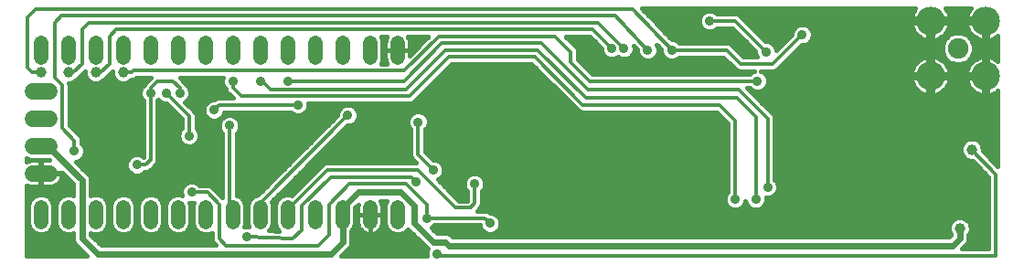
<source format=gbl>
G75*
%MOIN*%
%OFA0B0*%
%FSLAX25Y25*%
%IPPOS*%
%LPD*%
%AMOC8*
5,1,8,0,0,1.08239X$1,22.5*
%
%ADD10C,0.06000*%
%ADD11C,0.05200*%
%ADD12C,0.07500*%
%ADD13C,0.10500*%
%ADD14C,0.01600*%
%ADD15C,0.03569*%
%ADD16C,0.02400*%
%ADD17C,0.03962*%
%ADD18C,0.01200*%
D10*
X0015783Y0041800D02*
X0021783Y0041800D01*
X0021783Y0051800D02*
X0015783Y0051800D01*
X0015783Y0061800D02*
X0021783Y0061800D01*
X0021783Y0071800D02*
X0015783Y0071800D01*
D11*
X0018783Y0084200D02*
X0018783Y0089400D01*
X0028783Y0089400D02*
X0028783Y0084200D01*
X0038783Y0084200D02*
X0038783Y0089400D01*
X0048783Y0089400D02*
X0048783Y0084200D01*
X0058783Y0084200D02*
X0058783Y0089400D01*
X0068783Y0089400D02*
X0068783Y0084200D01*
X0078783Y0084200D02*
X0078783Y0089400D01*
X0088783Y0089400D02*
X0088783Y0084200D01*
X0098783Y0084200D02*
X0098783Y0089400D01*
X0108783Y0089400D02*
X0108783Y0084200D01*
X0118783Y0084200D02*
X0118783Y0089400D01*
X0128783Y0089400D02*
X0128783Y0084200D01*
X0138783Y0084200D02*
X0138783Y0089400D01*
X0148783Y0089400D02*
X0148783Y0084200D01*
X0148783Y0029400D02*
X0148783Y0024200D01*
X0138783Y0024200D02*
X0138783Y0029400D01*
X0128783Y0029400D02*
X0128783Y0024200D01*
X0118783Y0024200D02*
X0118783Y0029400D01*
X0108783Y0029400D02*
X0108783Y0024200D01*
X0098783Y0024200D02*
X0098783Y0029400D01*
X0088783Y0029400D02*
X0088783Y0024200D01*
X0078783Y0024200D02*
X0078783Y0029400D01*
X0068783Y0029400D02*
X0068783Y0024200D01*
X0058783Y0024200D02*
X0058783Y0029400D01*
X0048783Y0029400D02*
X0048783Y0024200D01*
X0038783Y0024200D02*
X0038783Y0029400D01*
X0028783Y0029400D02*
X0028783Y0024200D01*
X0018783Y0024200D02*
X0018783Y0029400D01*
D12*
X0353158Y0087425D03*
D13*
X0343119Y0077386D03*
X0363197Y0077386D03*
X0363197Y0097464D03*
X0343119Y0097464D03*
D14*
X0035708Y0011600D02*
X0013583Y0011600D01*
X0013583Y0037534D01*
X0013941Y0037352D01*
X0014659Y0037118D01*
X0015405Y0037000D01*
X0018583Y0037000D01*
X0018583Y0041600D01*
X0018983Y0041600D01*
X0018983Y0037000D01*
X0022161Y0037000D01*
X0022907Y0037118D01*
X0023626Y0037352D01*
X0024299Y0037695D01*
X0024910Y0038139D01*
X0025445Y0038673D01*
X0025889Y0039284D01*
X0026232Y0039957D01*
X0026465Y0040676D01*
X0026583Y0041422D01*
X0026583Y0041600D01*
X0018983Y0041600D01*
X0018983Y0042000D01*
X0018583Y0042000D01*
X0018583Y0046600D01*
X0015405Y0046600D01*
X0014659Y0046482D01*
X0013941Y0046248D01*
X0013583Y0046066D01*
X0013583Y0047299D01*
X0014789Y0046800D01*
X0021758Y0046800D01*
X0021958Y0046600D01*
X0018983Y0046600D01*
X0018983Y0042000D01*
X0026558Y0042000D01*
X0030583Y0037975D01*
X0030583Y0033633D01*
X0029698Y0034000D01*
X0027868Y0034000D01*
X0026178Y0033300D01*
X0024884Y0032006D01*
X0024183Y0030315D01*
X0024183Y0023285D01*
X0024884Y0021594D01*
X0026178Y0020300D01*
X0027868Y0019600D01*
X0029698Y0019600D01*
X0030583Y0019967D01*
X0030583Y0017413D01*
X0031070Y0016237D01*
X0035708Y0011600D01*
X0034114Y0013194D02*
X0013583Y0013194D01*
X0013583Y0014793D02*
X0032515Y0014793D01*
X0031007Y0016391D02*
X0013583Y0016391D01*
X0013583Y0017990D02*
X0030583Y0017990D01*
X0030583Y0019588D02*
X0013583Y0019588D01*
X0013583Y0021187D02*
X0015291Y0021187D01*
X0014884Y0021594D02*
X0016178Y0020300D01*
X0017868Y0019600D01*
X0019698Y0019600D01*
X0021389Y0020300D01*
X0022683Y0021594D01*
X0023383Y0023285D01*
X0023383Y0030315D01*
X0022683Y0032006D01*
X0021389Y0033300D01*
X0019698Y0034000D01*
X0017868Y0034000D01*
X0016178Y0033300D01*
X0014884Y0032006D01*
X0014183Y0030315D01*
X0014183Y0023285D01*
X0014884Y0021594D01*
X0014390Y0022785D02*
X0013583Y0022785D01*
X0013583Y0024384D02*
X0014183Y0024384D01*
X0014183Y0025982D02*
X0013583Y0025982D01*
X0013583Y0027581D02*
X0014183Y0027581D01*
X0014183Y0029179D02*
X0013583Y0029179D01*
X0013583Y0030778D02*
X0014375Y0030778D01*
X0013583Y0032376D02*
X0015254Y0032376D01*
X0013583Y0033975D02*
X0017807Y0033975D01*
X0019759Y0033975D02*
X0027807Y0033975D01*
X0029759Y0033975D02*
X0030583Y0033975D01*
X0025254Y0032376D02*
X0022312Y0032376D01*
X0023192Y0030778D02*
X0024375Y0030778D01*
X0024183Y0029179D02*
X0023383Y0029179D01*
X0023383Y0027581D02*
X0024183Y0027581D01*
X0024183Y0025982D02*
X0023383Y0025982D01*
X0023383Y0024384D02*
X0024183Y0024384D01*
X0024390Y0022785D02*
X0023176Y0022785D01*
X0022275Y0021187D02*
X0025291Y0021187D01*
X0036983Y0019967D02*
X0037868Y0019600D01*
X0039698Y0019600D01*
X0041389Y0020300D01*
X0042683Y0021594D01*
X0043383Y0023285D01*
X0043383Y0030315D01*
X0042683Y0032006D01*
X0041389Y0033300D01*
X0039698Y0034000D01*
X0037868Y0034000D01*
X0036983Y0033633D01*
X0036983Y0039937D01*
X0036496Y0041113D01*
X0035596Y0042013D01*
X0031393Y0046216D01*
X0031736Y0046216D01*
X0033127Y0046792D01*
X0034191Y0047856D01*
X0034768Y0049247D01*
X0034768Y0050753D01*
X0034191Y0052144D01*
X0033583Y0052752D01*
X0033583Y0054417D01*
X0033187Y0055373D01*
X0029083Y0059477D01*
X0029083Y0074617D01*
X0029051Y0074694D01*
X0029575Y0074694D01*
X0031038Y0075300D01*
X0032158Y0076420D01*
X0032214Y0076553D01*
X0034802Y0079142D01*
X0034802Y0077883D01*
X0035408Y0076420D01*
X0036528Y0075300D01*
X0037991Y0074694D01*
X0039575Y0074694D01*
X0041038Y0075300D01*
X0042158Y0076420D01*
X0042214Y0076553D01*
X0044802Y0079142D01*
X0044802Y0077883D01*
X0045408Y0076420D01*
X0046528Y0075300D01*
X0047991Y0074694D01*
X0049575Y0074694D01*
X0051038Y0075300D01*
X0051813Y0076075D01*
X0052425Y0076075D01*
X0053381Y0076471D01*
X0053610Y0076700D01*
X0058756Y0076700D01*
X0056579Y0074523D01*
X0056438Y0074181D01*
X0055575Y0073319D01*
X0054999Y0071928D01*
X0054999Y0070422D01*
X0055575Y0069031D01*
X0056183Y0068423D01*
X0056183Y0047877D01*
X0055927Y0048133D01*
X0054536Y0048709D01*
X0053031Y0048709D01*
X0051640Y0048133D01*
X0050575Y0047069D01*
X0049999Y0045678D01*
X0049999Y0044172D01*
X0050575Y0042781D01*
X0051640Y0041717D01*
X0053031Y0041141D01*
X0054536Y0041141D01*
X0055927Y0041717D01*
X0056535Y0042325D01*
X0057425Y0042325D01*
X0058381Y0042721D01*
X0059112Y0043452D01*
X0060987Y0045327D01*
X0061383Y0046283D01*
X0061383Y0068423D01*
X0061596Y0068636D01*
X0062265Y0067967D01*
X0063656Y0067391D01*
X0064516Y0067391D01*
X0070233Y0061673D01*
X0070233Y0058302D01*
X0069625Y0057694D01*
X0069049Y0056303D01*
X0069049Y0054797D01*
X0069625Y0053406D01*
X0070690Y0052342D01*
X0072081Y0051766D01*
X0073586Y0051766D01*
X0074977Y0052342D01*
X0076041Y0053406D01*
X0076618Y0054797D01*
X0076618Y0056303D01*
X0076041Y0057694D01*
X0075433Y0058302D01*
X0075433Y0063267D01*
X0075037Y0064223D01*
X0074306Y0064954D01*
X0071369Y0067891D01*
X0071552Y0067967D01*
X0072616Y0069031D01*
X0073193Y0070422D01*
X0073193Y0071928D01*
X0072616Y0073319D01*
X0071754Y0074181D01*
X0071612Y0074523D01*
X0070881Y0075254D01*
X0069435Y0076700D01*
X0085164Y0076700D01*
X0084999Y0076303D01*
X0084999Y0074797D01*
X0085575Y0073406D01*
X0086183Y0072798D01*
X0086183Y0072533D01*
X0086579Y0071577D01*
X0088756Y0069400D01*
X0083266Y0069400D01*
X0082310Y0069004D01*
X0082016Y0068709D01*
X0081156Y0068709D01*
X0079765Y0068133D01*
X0078700Y0067069D01*
X0078124Y0065678D01*
X0078124Y0064172D01*
X0078700Y0062781D01*
X0079765Y0061717D01*
X0081156Y0061141D01*
X0082661Y0061141D01*
X0084052Y0061717D01*
X0085116Y0062781D01*
X0085693Y0064172D01*
X0085693Y0064200D01*
X0109782Y0064200D01*
X0110390Y0063592D01*
X0111781Y0063016D01*
X0113286Y0063016D01*
X0114677Y0063592D01*
X0115741Y0064656D01*
X0116318Y0066047D01*
X0116318Y0067325D01*
X0153675Y0067325D01*
X0154631Y0067721D01*
X0168610Y0081700D01*
X0197706Y0081700D01*
X0214079Y0065327D01*
X0214810Y0064596D01*
X0215766Y0064200D01*
X0265206Y0064200D01*
X0269308Y0060098D01*
X0269308Y0035177D01*
X0268700Y0034569D01*
X0268124Y0033178D01*
X0268124Y0031672D01*
X0268700Y0030281D01*
X0269765Y0029217D01*
X0271156Y0028641D01*
X0272661Y0028641D01*
X0274052Y0029217D01*
X0275116Y0030281D01*
X0275658Y0031590D01*
X0276200Y0030281D01*
X0277265Y0029217D01*
X0278656Y0028641D01*
X0280161Y0028641D01*
X0281552Y0029217D01*
X0282616Y0030281D01*
X0283193Y0031672D01*
X0283193Y0033016D01*
X0284536Y0033016D01*
X0285927Y0033592D01*
X0286991Y0034656D01*
X0287568Y0036047D01*
X0287568Y0037553D01*
X0286991Y0038944D01*
X0286383Y0039552D01*
X0286383Y0062317D01*
X0285987Y0063273D01*
X0276310Y0072950D01*
X0277282Y0072950D01*
X0277890Y0072342D01*
X0279281Y0071766D01*
X0280786Y0071766D01*
X0282177Y0072342D01*
X0283241Y0073406D01*
X0283818Y0074797D01*
X0283818Y0076303D01*
X0283241Y0077694D01*
X0282177Y0078758D01*
X0281110Y0079200D01*
X0285141Y0079200D01*
X0286175Y0079200D01*
X0287131Y0079596D01*
X0296176Y0088641D01*
X0297036Y0088641D01*
X0298427Y0089217D01*
X0299491Y0090281D01*
X0300068Y0091672D01*
X0300068Y0093178D01*
X0299491Y0094569D01*
X0298427Y0095633D01*
X0297036Y0096209D01*
X0295531Y0096209D01*
X0294140Y0095633D01*
X0293075Y0094569D01*
X0292499Y0093178D01*
X0292499Y0092318D01*
X0286943Y0086761D01*
X0286943Y0086928D01*
X0286366Y0088319D01*
X0285302Y0089383D01*
X0283911Y0089959D01*
X0283051Y0089959D01*
X0273381Y0099629D01*
X0272425Y0100025D01*
X0265285Y0100025D01*
X0264677Y0100633D01*
X0263286Y0101209D01*
X0261781Y0101209D01*
X0260390Y0100633D01*
X0259325Y0099569D01*
X0258749Y0098178D01*
X0258749Y0096672D01*
X0259325Y0095281D01*
X0260390Y0094217D01*
X0261781Y0093641D01*
X0263286Y0093641D01*
X0264677Y0094217D01*
X0265285Y0094825D01*
X0270831Y0094825D01*
X0279374Y0086282D01*
X0279374Y0085422D01*
X0279797Y0084400D01*
X0274860Y0084400D01*
X0270256Y0089004D01*
X0269300Y0089400D01*
X0251535Y0089400D01*
X0250927Y0090008D01*
X0249536Y0090584D01*
X0248758Y0090584D01*
X0237855Y0101961D01*
X0337683Y0101961D01*
X0337245Y0101389D01*
X0336783Y0100589D01*
X0336429Y0099735D01*
X0336190Y0098842D01*
X0336114Y0098264D01*
X0342319Y0098264D01*
X0342319Y0096664D01*
X0336114Y0096664D01*
X0336190Y0096086D01*
X0336429Y0095193D01*
X0336783Y0094339D01*
X0337245Y0093539D01*
X0337807Y0092806D01*
X0338461Y0092152D01*
X0339194Y0091590D01*
X0339994Y0091127D01*
X0340848Y0090774D01*
X0341741Y0090535D01*
X0342319Y0090458D01*
X0342319Y0096664D01*
X0343919Y0096664D01*
X0343919Y0090458D01*
X0344498Y0090535D01*
X0345390Y0090774D01*
X0346244Y0091127D01*
X0347044Y0091590D01*
X0347778Y0092152D01*
X0348431Y0092806D01*
X0348994Y0093539D01*
X0349456Y0094339D01*
X0349809Y0095193D01*
X0350049Y0096086D01*
X0350125Y0096664D01*
X0343919Y0096664D01*
X0343919Y0098264D01*
X0350125Y0098264D01*
X0350049Y0098842D01*
X0349809Y0099735D01*
X0349456Y0100589D01*
X0348994Y0101389D01*
X0348555Y0101961D01*
X0357761Y0101961D01*
X0357323Y0101389D01*
X0356861Y0100589D01*
X0356507Y0099735D01*
X0356268Y0098842D01*
X0356192Y0098264D01*
X0362397Y0098264D01*
X0362397Y0096664D01*
X0356192Y0096664D01*
X0356268Y0096086D01*
X0356507Y0095193D01*
X0356861Y0094339D01*
X0357323Y0093539D01*
X0357885Y0092806D01*
X0358539Y0092152D01*
X0359272Y0091590D01*
X0360072Y0091127D01*
X0360926Y0090774D01*
X0361819Y0090535D01*
X0362397Y0090458D01*
X0362397Y0096664D01*
X0363997Y0096664D01*
X0363997Y0090458D01*
X0364576Y0090535D01*
X0365468Y0090774D01*
X0366322Y0091127D01*
X0367122Y0091590D01*
X0367684Y0092021D01*
X0367684Y0082829D01*
X0367122Y0083260D01*
X0366322Y0083723D01*
X0365468Y0084076D01*
X0364576Y0084315D01*
X0363997Y0084392D01*
X0363997Y0078186D01*
X0362397Y0078186D01*
X0362397Y0076586D01*
X0356192Y0076586D01*
X0356268Y0076008D01*
X0356507Y0075115D01*
X0356861Y0074261D01*
X0357323Y0073461D01*
X0357885Y0072728D01*
X0358539Y0072074D01*
X0359272Y0071512D01*
X0360072Y0071050D01*
X0360926Y0070696D01*
X0361819Y0070457D01*
X0362397Y0070380D01*
X0362397Y0076586D01*
X0363997Y0076586D01*
X0363997Y0070380D01*
X0364576Y0070457D01*
X0365468Y0070696D01*
X0366322Y0071050D01*
X0367122Y0071512D01*
X0367684Y0071943D01*
X0367684Y0044440D01*
X0362139Y0050174D01*
X0362139Y0051342D01*
X0361533Y0052805D01*
X0360413Y0053925D01*
X0358950Y0054531D01*
X0357366Y0054531D01*
X0355903Y0053925D01*
X0354783Y0052805D01*
X0354177Y0051342D01*
X0354177Y0049758D01*
X0354783Y0048295D01*
X0355903Y0047175D01*
X0357366Y0046569D01*
X0358391Y0046569D01*
X0364383Y0040373D01*
X0364383Y0014400D01*
X0354659Y0014400D01*
X0355596Y0015337D01*
X0356496Y0016237D01*
X0356983Y0017413D01*
X0356983Y0019370D01*
X0357158Y0019545D01*
X0357764Y0021008D01*
X0357764Y0022592D01*
X0357158Y0024055D01*
X0356038Y0025175D01*
X0354575Y0025781D01*
X0352991Y0025781D01*
X0351528Y0025175D01*
X0350408Y0024055D01*
X0349802Y0022592D01*
X0349802Y0021008D01*
X0350408Y0019545D01*
X0350580Y0019373D01*
X0349958Y0018750D01*
X0168859Y0018750D01*
X0168096Y0019513D01*
X0166920Y0020000D01*
X0163234Y0020000D01*
X0161085Y0022149D01*
X0161552Y0022342D01*
X0162160Y0022950D01*
X0178749Y0022950D01*
X0178749Y0022922D01*
X0179325Y0021531D01*
X0180390Y0020467D01*
X0181781Y0019891D01*
X0183286Y0019891D01*
X0184677Y0020467D01*
X0185741Y0021531D01*
X0186318Y0022922D01*
X0186318Y0024428D01*
X0185741Y0025819D01*
X0184677Y0026883D01*
X0183286Y0027459D01*
X0182426Y0027459D01*
X0182131Y0027754D01*
X0181175Y0028150D01*
X0178016Y0028150D01*
X0178929Y0029519D01*
X0179112Y0029702D01*
X0179213Y0029945D01*
X0179358Y0030163D01*
X0179409Y0030418D01*
X0179508Y0030658D01*
X0179508Y0030920D01*
X0179559Y0031178D01*
X0179508Y0031432D01*
X0179508Y0035298D01*
X0180116Y0035906D01*
X0180693Y0037297D01*
X0180693Y0038803D01*
X0180116Y0040194D01*
X0179052Y0041258D01*
X0177661Y0041834D01*
X0176156Y0041834D01*
X0174765Y0041258D01*
X0173700Y0040194D01*
X0173124Y0038803D01*
X0173124Y0037297D01*
X0173700Y0035906D01*
X0174308Y0035298D01*
X0174308Y0031962D01*
X0174267Y0031900D01*
X0171110Y0031900D01*
X0163427Y0039583D01*
X0164052Y0039842D01*
X0165116Y0040906D01*
X0165693Y0042297D01*
X0165693Y0043803D01*
X0165116Y0045194D01*
X0164052Y0046258D01*
X0162661Y0046834D01*
X0161801Y0046834D01*
X0158883Y0049752D01*
X0158883Y0057798D01*
X0159491Y0058406D01*
X0160068Y0059797D01*
X0160068Y0061303D01*
X0159491Y0062694D01*
X0158427Y0063758D01*
X0157036Y0064334D01*
X0155531Y0064334D01*
X0154140Y0063758D01*
X0153075Y0062694D01*
X0152499Y0061303D01*
X0152499Y0059797D01*
X0153075Y0058406D01*
X0153683Y0057798D01*
X0153683Y0048158D01*
X0154079Y0047202D01*
X0155631Y0045650D01*
X0122641Y0045650D01*
X0121685Y0045254D01*
X0120954Y0044523D01*
X0110217Y0033785D01*
X0109698Y0034000D01*
X0107868Y0034000D01*
X0106178Y0033300D01*
X0104884Y0032006D01*
X0104183Y0030315D01*
X0104183Y0023285D01*
X0104884Y0021594D01*
X0105648Y0020830D01*
X0102046Y0020958D01*
X0102683Y0021594D01*
X0103383Y0023285D01*
X0103383Y0030315D01*
X0102861Y0031576D01*
X0130551Y0059266D01*
X0131411Y0059266D01*
X0132802Y0059842D01*
X0133866Y0060906D01*
X0134443Y0062297D01*
X0134443Y0063803D01*
X0133866Y0065194D01*
X0132802Y0066258D01*
X0131411Y0066834D01*
X0129906Y0066834D01*
X0128515Y0066258D01*
X0127450Y0065194D01*
X0126874Y0063803D01*
X0126874Y0062943D01*
X0097931Y0034000D01*
X0097868Y0034000D01*
X0096178Y0033300D01*
X0094884Y0032006D01*
X0094183Y0030315D01*
X0094183Y0023285D01*
X0094536Y0022434D01*
X0093031Y0022434D01*
X0093383Y0023285D01*
X0093383Y0030315D01*
X0092683Y0032006D01*
X0091389Y0033300D01*
X0090133Y0033820D01*
X0090133Y0056548D01*
X0090741Y0057156D01*
X0091318Y0058547D01*
X0091318Y0060053D01*
X0090741Y0061444D01*
X0089677Y0062508D01*
X0088286Y0063084D01*
X0086781Y0063084D01*
X0085390Y0062508D01*
X0084325Y0061444D01*
X0083749Y0060053D01*
X0083749Y0058547D01*
X0084325Y0057156D01*
X0084933Y0056548D01*
X0084933Y0033077D01*
X0080881Y0037129D01*
X0079925Y0037525D01*
X0076535Y0037525D01*
X0075927Y0038133D01*
X0074536Y0038709D01*
X0073031Y0038709D01*
X0071640Y0038133D01*
X0070575Y0037069D01*
X0069999Y0035678D01*
X0069999Y0034172D01*
X0070147Y0033814D01*
X0069698Y0034000D01*
X0067868Y0034000D01*
X0066178Y0033300D01*
X0064884Y0032006D01*
X0064183Y0030315D01*
X0064183Y0023285D01*
X0064884Y0021594D01*
X0066178Y0020300D01*
X0067868Y0019600D01*
X0069698Y0019600D01*
X0071389Y0020300D01*
X0072683Y0021594D01*
X0073383Y0023285D01*
X0073383Y0030315D01*
X0073041Y0031141D01*
X0074525Y0031141D01*
X0074183Y0030315D01*
X0074183Y0023285D01*
X0074884Y0021594D01*
X0076178Y0020300D01*
X0077868Y0019600D01*
X0079698Y0019600D01*
X0081183Y0020215D01*
X0081183Y0017533D01*
X0081579Y0016577D01*
X0082531Y0015625D01*
X0040734Y0015625D01*
X0036983Y0019375D01*
X0036983Y0019967D01*
X0036983Y0019588D02*
X0081183Y0019588D01*
X0081183Y0017990D02*
X0038369Y0017990D01*
X0039968Y0016391D02*
X0081765Y0016391D01*
X0075291Y0021187D02*
X0072275Y0021187D01*
X0073176Y0022785D02*
X0074390Y0022785D01*
X0074183Y0024384D02*
X0073383Y0024384D01*
X0073383Y0025982D02*
X0074183Y0025982D01*
X0074183Y0027581D02*
X0073383Y0027581D01*
X0073383Y0029179D02*
X0074183Y0029179D01*
X0074375Y0030778D02*
X0073192Y0030778D01*
X0070081Y0033975D02*
X0069759Y0033975D01*
X0067807Y0033975D02*
X0059759Y0033975D01*
X0059698Y0034000D02*
X0057868Y0034000D01*
X0056178Y0033300D01*
X0054884Y0032006D01*
X0054183Y0030315D01*
X0054183Y0023285D01*
X0054884Y0021594D01*
X0056178Y0020300D01*
X0057868Y0019600D01*
X0059698Y0019600D01*
X0061389Y0020300D01*
X0062683Y0021594D01*
X0063383Y0023285D01*
X0063383Y0030315D01*
X0062683Y0032006D01*
X0061389Y0033300D01*
X0059698Y0034000D01*
X0057807Y0033975D02*
X0049759Y0033975D01*
X0049698Y0034000D02*
X0047868Y0034000D01*
X0046178Y0033300D01*
X0044884Y0032006D01*
X0044183Y0030315D01*
X0044183Y0023285D01*
X0044884Y0021594D01*
X0046178Y0020300D01*
X0047868Y0019600D01*
X0049698Y0019600D01*
X0051389Y0020300D01*
X0052683Y0021594D01*
X0053383Y0023285D01*
X0053383Y0030315D01*
X0052683Y0032006D01*
X0051389Y0033300D01*
X0049698Y0034000D01*
X0047807Y0033975D02*
X0039759Y0033975D01*
X0037807Y0033975D02*
X0036983Y0033975D01*
X0042312Y0032376D02*
X0045254Y0032376D01*
X0044375Y0030778D02*
X0043192Y0030778D01*
X0043383Y0029179D02*
X0044183Y0029179D01*
X0044183Y0027581D02*
X0043383Y0027581D01*
X0043383Y0025982D02*
X0044183Y0025982D01*
X0044183Y0024384D02*
X0043383Y0024384D01*
X0043176Y0022785D02*
X0044390Y0022785D01*
X0045291Y0021187D02*
X0042275Y0021187D01*
X0052275Y0021187D02*
X0055291Y0021187D01*
X0054390Y0022785D02*
X0053176Y0022785D01*
X0053383Y0024384D02*
X0054183Y0024384D01*
X0054183Y0025982D02*
X0053383Y0025982D01*
X0053383Y0027581D02*
X0054183Y0027581D01*
X0054183Y0029179D02*
X0053383Y0029179D01*
X0053192Y0030778D02*
X0054375Y0030778D01*
X0055254Y0032376D02*
X0052312Y0032376D01*
X0062312Y0032376D02*
X0065254Y0032376D01*
X0064375Y0030778D02*
X0063192Y0030778D01*
X0063383Y0029179D02*
X0064183Y0029179D01*
X0064183Y0027581D02*
X0063383Y0027581D01*
X0063383Y0025982D02*
X0064183Y0025982D01*
X0064183Y0024384D02*
X0063383Y0024384D01*
X0063176Y0022785D02*
X0064390Y0022785D01*
X0065291Y0021187D02*
X0062275Y0021187D01*
X0093176Y0022785D02*
X0094390Y0022785D01*
X0094183Y0024384D02*
X0093383Y0024384D01*
X0093383Y0025982D02*
X0094183Y0025982D01*
X0094183Y0027581D02*
X0093383Y0027581D01*
X0093383Y0029179D02*
X0094183Y0029179D01*
X0094375Y0030778D02*
X0093192Y0030778D01*
X0092312Y0032376D02*
X0095254Y0032376D01*
X0097807Y0033975D02*
X0090133Y0033975D01*
X0084933Y0033975D02*
X0084036Y0033975D01*
X0084933Y0035573D02*
X0082437Y0035573D01*
X0080778Y0037172D02*
X0084933Y0037172D01*
X0090133Y0037172D02*
X0101103Y0037172D01*
X0099505Y0035573D02*
X0090133Y0035573D01*
X0090133Y0038770D02*
X0102702Y0038770D01*
X0104300Y0040369D02*
X0090133Y0040369D01*
X0090133Y0041967D02*
X0105899Y0041967D01*
X0111654Y0040369D02*
X0116800Y0040369D01*
X0118399Y0041967D02*
X0113252Y0041967D01*
X0114851Y0043566D02*
X0119997Y0043566D01*
X0121596Y0045164D02*
X0116449Y0045164D01*
X0118048Y0046763D02*
X0154519Y0046763D01*
X0153683Y0048361D02*
X0119647Y0048361D01*
X0121245Y0049960D02*
X0153683Y0049960D01*
X0158883Y0049960D02*
X0269308Y0049960D01*
X0269308Y0048361D02*
X0160274Y0048361D01*
X0162834Y0046763D02*
X0269308Y0046763D01*
X0269308Y0045164D02*
X0165129Y0045164D01*
X0165693Y0043566D02*
X0269308Y0043566D01*
X0269308Y0041967D02*
X0165556Y0041967D01*
X0164579Y0040369D02*
X0173875Y0040369D01*
X0173124Y0038770D02*
X0164240Y0038770D01*
X0165838Y0037172D02*
X0173176Y0037172D01*
X0174033Y0035573D02*
X0167437Y0035573D01*
X0169036Y0033975D02*
X0174308Y0033975D01*
X0174308Y0032376D02*
X0170634Y0032376D01*
X0179508Y0032376D02*
X0268124Y0032376D01*
X0268454Y0033975D02*
X0179508Y0033975D01*
X0179783Y0035573D02*
X0269308Y0035573D01*
X0269308Y0037172D02*
X0180641Y0037172D01*
X0180693Y0038770D02*
X0269308Y0038770D01*
X0269308Y0040369D02*
X0179941Y0040369D01*
X0179508Y0030778D02*
X0268495Y0030778D01*
X0275322Y0030778D02*
X0275995Y0030778D01*
X0277356Y0029179D02*
X0273961Y0029179D01*
X0269856Y0029179D02*
X0178703Y0029179D01*
X0182305Y0027581D02*
X0364383Y0027581D01*
X0364383Y0029179D02*
X0281461Y0029179D01*
X0282822Y0030778D02*
X0364383Y0030778D01*
X0364383Y0032376D02*
X0283193Y0032376D01*
X0286310Y0033975D02*
X0364383Y0033975D01*
X0364383Y0035573D02*
X0287371Y0035573D01*
X0287568Y0037172D02*
X0364383Y0037172D01*
X0364383Y0038770D02*
X0287063Y0038770D01*
X0286383Y0040369D02*
X0364383Y0040369D01*
X0362842Y0041967D02*
X0286383Y0041967D01*
X0286383Y0043566D02*
X0361296Y0043566D01*
X0359750Y0045164D02*
X0286383Y0045164D01*
X0286383Y0046763D02*
X0356898Y0046763D01*
X0354756Y0048361D02*
X0286383Y0048361D01*
X0286383Y0049960D02*
X0354177Y0049960D01*
X0354267Y0051558D02*
X0286383Y0051558D01*
X0286383Y0053157D02*
X0355135Y0053157D01*
X0361182Y0053157D02*
X0367684Y0053157D01*
X0367684Y0051558D02*
X0362050Y0051558D01*
X0362346Y0049960D02*
X0367684Y0049960D01*
X0367684Y0048361D02*
X0363892Y0048361D01*
X0365438Y0046763D02*
X0367684Y0046763D01*
X0367684Y0045164D02*
X0366984Y0045164D01*
X0367684Y0054755D02*
X0286383Y0054755D01*
X0286383Y0056354D02*
X0367684Y0056354D01*
X0367684Y0057952D02*
X0286383Y0057952D01*
X0286383Y0059551D02*
X0367684Y0059551D01*
X0367684Y0061149D02*
X0286383Y0061149D01*
X0286205Y0062748D02*
X0367684Y0062748D01*
X0367684Y0064346D02*
X0284914Y0064346D01*
X0283315Y0065945D02*
X0367684Y0065945D01*
X0367684Y0067543D02*
X0281717Y0067543D01*
X0280118Y0069142D02*
X0367684Y0069142D01*
X0367684Y0070740D02*
X0365576Y0070740D01*
X0363997Y0070740D02*
X0362397Y0070740D01*
X0360819Y0070740D02*
X0345498Y0070740D01*
X0345390Y0070696D02*
X0346244Y0071050D01*
X0347044Y0071512D01*
X0347778Y0072074D01*
X0348431Y0072728D01*
X0348994Y0073461D01*
X0349456Y0074261D01*
X0349809Y0075115D01*
X0350049Y0076008D01*
X0350125Y0076586D01*
X0343919Y0076586D01*
X0343919Y0070380D01*
X0344498Y0070457D01*
X0345390Y0070696D01*
X0343919Y0070740D02*
X0342319Y0070740D01*
X0342319Y0070380D02*
X0341741Y0070457D01*
X0340848Y0070696D01*
X0339994Y0071050D01*
X0339194Y0071512D01*
X0338461Y0072074D01*
X0337807Y0072728D01*
X0337245Y0073461D01*
X0336783Y0074261D01*
X0336429Y0075115D01*
X0336190Y0076008D01*
X0336114Y0076586D01*
X0342319Y0076586D01*
X0342319Y0078186D01*
X0336114Y0078186D01*
X0336190Y0078764D01*
X0336429Y0079657D01*
X0336783Y0080511D01*
X0337245Y0081311D01*
X0337807Y0082044D01*
X0338461Y0082698D01*
X0339194Y0083260D01*
X0339994Y0083723D01*
X0340848Y0084076D01*
X0341741Y0084315D01*
X0342319Y0084392D01*
X0342319Y0078186D01*
X0343919Y0078186D01*
X0343919Y0084392D01*
X0344498Y0084315D01*
X0345390Y0084076D01*
X0346244Y0083723D01*
X0347044Y0083260D01*
X0347778Y0082698D01*
X0348431Y0082044D01*
X0348994Y0081311D01*
X0349456Y0080511D01*
X0349809Y0079657D01*
X0350049Y0078764D01*
X0350125Y0078186D01*
X0343919Y0078186D01*
X0343919Y0076586D01*
X0342319Y0076586D01*
X0342319Y0070380D01*
X0340741Y0070740D02*
X0278520Y0070740D01*
X0277897Y0072339D02*
X0276921Y0072339D01*
X0282170Y0072339D02*
X0338196Y0072339D01*
X0342319Y0072339D02*
X0343919Y0072339D01*
X0348042Y0072339D02*
X0358274Y0072339D01*
X0362397Y0072339D02*
X0363997Y0072339D01*
X0363997Y0073937D02*
X0362397Y0073937D01*
X0362397Y0075536D02*
X0363997Y0075536D01*
X0362397Y0077134D02*
X0343919Y0077134D01*
X0343919Y0075536D02*
X0342319Y0075536D01*
X0342319Y0077134D02*
X0283473Y0077134D01*
X0283818Y0075536D02*
X0336316Y0075536D01*
X0336970Y0073937D02*
X0283461Y0073937D01*
X0277890Y0078758D02*
X0277282Y0078150D01*
X0219860Y0078150D01*
X0214508Y0083502D01*
X0214508Y0086692D01*
X0214112Y0087648D01*
X0210060Y0091700D01*
X0218956Y0091700D01*
X0223124Y0087532D01*
X0223124Y0086672D01*
X0223700Y0085281D01*
X0224765Y0084217D01*
X0226156Y0083641D01*
X0227661Y0083641D01*
X0229052Y0084217D01*
X0229096Y0084261D01*
X0229140Y0084217D01*
X0230531Y0083641D01*
X0232036Y0083641D01*
X0233427Y0084217D01*
X0234491Y0085281D01*
X0235068Y0086672D01*
X0235068Y0088178D01*
X0235013Y0088310D01*
X0236249Y0087008D01*
X0236249Y0086047D01*
X0236825Y0084656D01*
X0237890Y0083592D01*
X0239281Y0083016D01*
X0240786Y0083016D01*
X0242177Y0083592D01*
X0243241Y0084656D01*
X0243818Y0086047D01*
X0243818Y0087553D01*
X0243328Y0088735D01*
X0244999Y0086991D01*
X0244999Y0086047D01*
X0245575Y0084656D01*
X0246640Y0083592D01*
X0248031Y0083016D01*
X0249536Y0083016D01*
X0250927Y0083592D01*
X0251535Y0084200D01*
X0267706Y0084200D01*
X0271579Y0080327D01*
X0272310Y0079596D01*
X0273266Y0079200D01*
X0278956Y0079200D01*
X0277890Y0078758D01*
X0277865Y0078733D02*
X0219277Y0078733D01*
X0217679Y0080332D02*
X0271575Y0080332D01*
X0269976Y0081930D02*
X0216080Y0081930D01*
X0214508Y0083529D02*
X0238043Y0083529D01*
X0236630Y0085127D02*
X0234337Y0085127D01*
X0235068Y0086726D02*
X0236249Y0086726D01*
X0243498Y0088324D02*
X0243722Y0088324D01*
X0243818Y0086726D02*
X0244999Y0086726D01*
X0245380Y0085127D02*
X0243436Y0085127D01*
X0242024Y0083529D02*
X0246793Y0083529D01*
X0250774Y0083529D02*
X0268378Y0083529D01*
X0274133Y0085127D02*
X0279496Y0085127D01*
X0278931Y0086726D02*
X0272535Y0086726D01*
X0270936Y0088324D02*
X0277332Y0088324D01*
X0275734Y0089923D02*
X0251012Y0089923D01*
X0247860Y0091521D02*
X0274135Y0091521D01*
X0272537Y0093120D02*
X0246328Y0093120D01*
X0244796Y0094718D02*
X0259888Y0094718D01*
X0258896Y0096317D02*
X0243264Y0096317D01*
X0241732Y0097915D02*
X0258749Y0097915D01*
X0259302Y0099514D02*
X0240201Y0099514D01*
X0238669Y0101112D02*
X0261546Y0101112D01*
X0263520Y0101112D02*
X0337085Y0101112D01*
X0336370Y0099514D02*
X0273497Y0099514D01*
X0275095Y0097915D02*
X0342319Y0097915D01*
X0343919Y0097915D02*
X0362397Y0097915D01*
X0356448Y0099514D02*
X0349869Y0099514D01*
X0349154Y0101112D02*
X0357163Y0101112D01*
X0356237Y0096317D02*
X0350079Y0096317D01*
X0349613Y0094718D02*
X0356704Y0094718D01*
X0356415Y0092300D02*
X0354302Y0093175D01*
X0352015Y0093175D01*
X0349901Y0092300D01*
X0348284Y0090682D01*
X0347408Y0088569D01*
X0347408Y0086281D01*
X0348284Y0084168D01*
X0349901Y0082550D01*
X0352015Y0081675D01*
X0354302Y0081675D01*
X0356415Y0082550D01*
X0358033Y0084168D01*
X0358908Y0086281D01*
X0358908Y0088569D01*
X0358033Y0090682D01*
X0356415Y0092300D01*
X0357194Y0091521D02*
X0359391Y0091521D01*
X0358347Y0089923D02*
X0367684Y0089923D01*
X0367684Y0091521D02*
X0367004Y0091521D01*
X0363997Y0091521D02*
X0362397Y0091521D01*
X0362397Y0093120D02*
X0363997Y0093120D01*
X0357644Y0093120D02*
X0354436Y0093120D01*
X0351881Y0093120D02*
X0348672Y0093120D01*
X0349123Y0091521D02*
X0346926Y0091521D01*
X0347969Y0089923D02*
X0299133Y0089923D01*
X0300005Y0091521D02*
X0339313Y0091521D01*
X0337566Y0093120D02*
X0300068Y0093120D01*
X0292499Y0093120D02*
X0279891Y0093120D01*
X0281489Y0091521D02*
X0291702Y0091521D01*
X0290104Y0089923D02*
X0283999Y0089923D01*
X0286361Y0088324D02*
X0288505Y0088324D01*
X0294261Y0086726D02*
X0347408Y0086726D01*
X0347408Y0088324D02*
X0295859Y0088324D01*
X0292662Y0085127D02*
X0347886Y0085127D01*
X0348923Y0083529D02*
X0346580Y0083529D01*
X0348519Y0081930D02*
X0351399Y0081930D01*
X0354918Y0081930D02*
X0357798Y0081930D01*
X0357885Y0082044D02*
X0357323Y0081311D01*
X0356861Y0080511D01*
X0356507Y0079657D01*
X0356268Y0078764D01*
X0356192Y0078186D01*
X0362397Y0078186D01*
X0362397Y0084392D01*
X0361819Y0084315D01*
X0360926Y0084076D01*
X0360072Y0083723D01*
X0359272Y0083260D01*
X0358539Y0082698D01*
X0357885Y0082044D01*
X0357394Y0083529D02*
X0359736Y0083529D01*
X0358430Y0085127D02*
X0367684Y0085127D01*
X0367684Y0083529D02*
X0366658Y0083529D01*
X0363997Y0083529D02*
X0362397Y0083529D01*
X0362397Y0081930D02*
X0363997Y0081930D01*
X0363997Y0080332D02*
X0362397Y0080332D01*
X0362397Y0078733D02*
X0363997Y0078733D01*
X0356786Y0080332D02*
X0349530Y0080332D01*
X0350053Y0078733D02*
X0356264Y0078733D01*
X0356394Y0075536D02*
X0349922Y0075536D01*
X0349269Y0073937D02*
X0357048Y0073937D01*
X0343919Y0073937D02*
X0342319Y0073937D01*
X0342319Y0078733D02*
X0343919Y0078733D01*
X0343919Y0080332D02*
X0342319Y0080332D01*
X0336709Y0080332D02*
X0287867Y0080332D01*
X0282202Y0078733D02*
X0336186Y0078733D01*
X0337720Y0081930D02*
X0289465Y0081930D01*
X0291064Y0083529D02*
X0339658Y0083529D01*
X0342319Y0083529D02*
X0343919Y0083529D01*
X0343919Y0081930D02*
X0342319Y0081930D01*
X0358908Y0086726D02*
X0367684Y0086726D01*
X0367684Y0088324D02*
X0358908Y0088324D01*
X0343919Y0091521D02*
X0342319Y0091521D01*
X0342319Y0093120D02*
X0343919Y0093120D01*
X0343919Y0094718D02*
X0342319Y0094718D01*
X0342319Y0096317D02*
X0343919Y0096317D01*
X0336626Y0094718D02*
X0299342Y0094718D01*
X0293225Y0094718D02*
X0278292Y0094718D01*
X0276694Y0096317D02*
X0336160Y0096317D01*
X0362397Y0096317D02*
X0363997Y0096317D01*
X0363997Y0094718D02*
X0362397Y0094718D01*
X0270938Y0094718D02*
X0265178Y0094718D01*
X0223854Y0085127D02*
X0214508Y0085127D01*
X0214494Y0086726D02*
X0223124Y0086726D01*
X0222332Y0088324D02*
X0213436Y0088324D01*
X0211838Y0089923D02*
X0220734Y0089923D01*
X0219135Y0091521D02*
X0210239Y0091521D01*
X0199075Y0080332D02*
X0167242Y0080332D01*
X0165643Y0078733D02*
X0200673Y0078733D01*
X0202272Y0077134D02*
X0164045Y0077134D01*
X0162446Y0075536D02*
X0203870Y0075536D01*
X0205469Y0073937D02*
X0160848Y0073937D01*
X0159249Y0072339D02*
X0207067Y0072339D01*
X0208666Y0070740D02*
X0157651Y0070740D01*
X0156052Y0069142D02*
X0210264Y0069142D01*
X0211863Y0067543D02*
X0154203Y0067543D01*
X0153129Y0062748D02*
X0134443Y0062748D01*
X0134217Y0064346D02*
X0215413Y0064346D01*
X0213461Y0065945D02*
X0133115Y0065945D01*
X0128201Y0065945D02*
X0116275Y0065945D01*
X0115431Y0064346D02*
X0127099Y0064346D01*
X0126679Y0062748D02*
X0089098Y0062748D01*
X0085969Y0062748D02*
X0085083Y0062748D01*
X0084203Y0061149D02*
X0082682Y0061149D01*
X0081135Y0061149D02*
X0075433Y0061149D01*
X0075433Y0059551D02*
X0083749Y0059551D01*
X0083995Y0057952D02*
X0075783Y0057952D01*
X0070233Y0059551D02*
X0061383Y0059551D01*
X0061383Y0061149D02*
X0070233Y0061149D01*
X0069158Y0062748D02*
X0061383Y0062748D01*
X0061383Y0064346D02*
X0067560Y0064346D01*
X0065961Y0065945D02*
X0061383Y0065945D01*
X0061383Y0067543D02*
X0063287Y0067543D01*
X0056183Y0067543D02*
X0029083Y0067543D01*
X0029083Y0065945D02*
X0056183Y0065945D01*
X0056183Y0064346D02*
X0029083Y0064346D01*
X0029083Y0062748D02*
X0056183Y0062748D01*
X0056183Y0061149D02*
X0029083Y0061149D01*
X0029083Y0059551D02*
X0056183Y0059551D01*
X0056183Y0057952D02*
X0030608Y0057952D01*
X0032206Y0056354D02*
X0056183Y0056354D01*
X0056183Y0054755D02*
X0033443Y0054755D01*
X0033583Y0053157D02*
X0056183Y0053157D01*
X0056183Y0051558D02*
X0034434Y0051558D01*
X0034768Y0049960D02*
X0056183Y0049960D01*
X0056183Y0048361D02*
X0055376Y0048361D01*
X0056183Y0047877D02*
X0056183Y0047877D01*
X0052191Y0048361D02*
X0034401Y0048361D01*
X0033057Y0046763D02*
X0050448Y0046763D01*
X0049999Y0045164D02*
X0032444Y0045164D01*
X0034043Y0043566D02*
X0050250Y0043566D01*
X0051389Y0041967D02*
X0035641Y0041967D01*
X0036804Y0040369D02*
X0084933Y0040369D01*
X0084933Y0041967D02*
X0056177Y0041967D01*
X0059226Y0043566D02*
X0084933Y0043566D01*
X0084933Y0045164D02*
X0060824Y0045164D01*
X0061383Y0046763D02*
X0084933Y0046763D01*
X0084933Y0048361D02*
X0061383Y0048361D01*
X0061383Y0049960D02*
X0084933Y0049960D01*
X0090133Y0049960D02*
X0113891Y0049960D01*
X0112293Y0048361D02*
X0090133Y0048361D01*
X0090133Y0046763D02*
X0110694Y0046763D01*
X0109096Y0045164D02*
X0090133Y0045164D01*
X0090133Y0043566D02*
X0107497Y0043566D01*
X0110055Y0038770D02*
X0115202Y0038770D01*
X0113603Y0037172D02*
X0108457Y0037172D01*
X0106858Y0035573D02*
X0112005Y0035573D01*
X0110406Y0033975D02*
X0109759Y0033975D01*
X0107807Y0033975D02*
X0105260Y0033975D01*
X0105254Y0032376D02*
X0103661Y0032376D01*
X0103192Y0030778D02*
X0104375Y0030778D01*
X0104183Y0029179D02*
X0103383Y0029179D01*
X0103383Y0027581D02*
X0104183Y0027581D01*
X0104183Y0025982D02*
X0103383Y0025982D01*
X0103383Y0024384D02*
X0104183Y0024384D01*
X0104390Y0022785D02*
X0103176Y0022785D01*
X0102275Y0021187D02*
X0105291Y0021187D01*
X0128109Y0011600D02*
X0130596Y0014087D01*
X0131496Y0014987D01*
X0131983Y0016163D01*
X0131983Y0020895D01*
X0132683Y0021594D01*
X0133383Y0023285D01*
X0133383Y0029375D01*
X0134517Y0030508D01*
X0134492Y0030430D01*
X0134383Y0029746D01*
X0134383Y0026800D01*
X0134383Y0023854D01*
X0134492Y0023170D01*
X0134706Y0022511D01*
X0135020Y0021894D01*
X0135427Y0021334D01*
X0135917Y0020844D01*
X0136477Y0020437D01*
X0137094Y0020122D01*
X0137753Y0019908D01*
X0138437Y0019800D01*
X0138783Y0019800D01*
X0138783Y0026800D01*
X0138783Y0026800D01*
X0134383Y0026800D01*
X0138783Y0026800D01*
X0138783Y0026800D01*
X0138783Y0019800D01*
X0139130Y0019800D01*
X0139814Y0019908D01*
X0140472Y0020122D01*
X0141089Y0020437D01*
X0141650Y0020844D01*
X0142139Y0021334D01*
X0142546Y0021894D01*
X0142861Y0022511D01*
X0143075Y0023170D01*
X0143183Y0023854D01*
X0143183Y0026800D01*
X0143183Y0029746D01*
X0143075Y0030430D01*
X0142861Y0031089D01*
X0142546Y0031706D01*
X0142533Y0031725D01*
X0144767Y0031725D01*
X0144183Y0030315D01*
X0144183Y0023285D01*
X0144884Y0021594D01*
X0146178Y0020300D01*
X0147868Y0019600D01*
X0149698Y0019600D01*
X0151389Y0020300D01*
X0152636Y0021547D01*
X0159195Y0014987D01*
X0159918Y0014265D01*
X0159499Y0013253D01*
X0159499Y0011747D01*
X0159560Y0011600D01*
X0128109Y0011600D01*
X0129703Y0013194D02*
X0159499Y0013194D01*
X0159390Y0014793D02*
X0131301Y0014793D01*
X0131983Y0016391D02*
X0157792Y0016391D01*
X0159195Y0014987D02*
X0159195Y0014987D01*
X0156193Y0017990D02*
X0131983Y0017990D01*
X0131983Y0019588D02*
X0154595Y0019588D01*
X0152996Y0021187D02*
X0152275Y0021187D01*
X0145291Y0021187D02*
X0141992Y0021187D01*
X0138783Y0021187D02*
X0138783Y0021187D01*
X0135574Y0021187D02*
X0132275Y0021187D01*
X0133176Y0022785D02*
X0134617Y0022785D01*
X0134383Y0024384D02*
X0133383Y0024384D01*
X0133383Y0025982D02*
X0134383Y0025982D01*
X0138783Y0025982D02*
X0138783Y0025982D01*
X0138783Y0026800D02*
X0138783Y0026800D01*
X0143183Y0026800D01*
X0138783Y0026800D01*
X0134383Y0027581D02*
X0133383Y0027581D01*
X0133383Y0029179D02*
X0134383Y0029179D01*
X0142962Y0030778D02*
X0144375Y0030778D01*
X0144183Y0029179D02*
X0143183Y0029179D01*
X0143183Y0027581D02*
X0144183Y0027581D01*
X0144183Y0025982D02*
X0143183Y0025982D01*
X0143183Y0024384D02*
X0144183Y0024384D01*
X0144390Y0022785D02*
X0142950Y0022785D01*
X0138783Y0022785D02*
X0138783Y0022785D01*
X0138783Y0024384D02*
X0138783Y0024384D01*
X0161995Y0022785D02*
X0178806Y0022785D01*
X0179670Y0021187D02*
X0162047Y0021187D01*
X0167914Y0019588D02*
X0350390Y0019588D01*
X0349802Y0021187D02*
X0185397Y0021187D01*
X0186261Y0022785D02*
X0349882Y0022785D01*
X0350737Y0024384D02*
X0186318Y0024384D01*
X0185578Y0025982D02*
X0364383Y0025982D01*
X0364383Y0024384D02*
X0356830Y0024384D01*
X0357684Y0022785D02*
X0364383Y0022785D01*
X0364383Y0021187D02*
X0357764Y0021187D01*
X0357176Y0019588D02*
X0364383Y0019588D01*
X0364383Y0017990D02*
X0356983Y0017990D01*
X0356560Y0016391D02*
X0364383Y0016391D01*
X0364383Y0014793D02*
X0355051Y0014793D01*
X0269308Y0051558D02*
X0158883Y0051558D01*
X0158883Y0053157D02*
X0269308Y0053157D01*
X0269308Y0054755D02*
X0158883Y0054755D01*
X0158883Y0056354D02*
X0269308Y0056354D01*
X0269308Y0057952D02*
X0159037Y0057952D01*
X0159965Y0059551D02*
X0269308Y0059551D01*
X0268257Y0061149D02*
X0160068Y0061149D01*
X0152499Y0061149D02*
X0133967Y0061149D01*
X0132099Y0059551D02*
X0152601Y0059551D01*
X0153529Y0057952D02*
X0129238Y0057952D01*
X0127639Y0056354D02*
X0153683Y0056354D01*
X0153683Y0054755D02*
X0126041Y0054755D01*
X0120285Y0056354D02*
X0090133Y0056354D01*
X0090133Y0054755D02*
X0118687Y0054755D01*
X0117088Y0053157D02*
X0090133Y0053157D01*
X0090133Y0051558D02*
X0115490Y0051558D01*
X0122844Y0051558D02*
X0153683Y0051558D01*
X0153683Y0053157D02*
X0124442Y0053157D01*
X0121884Y0057952D02*
X0091071Y0057952D01*
X0091318Y0059551D02*
X0123482Y0059551D01*
X0125081Y0061149D02*
X0090863Y0061149D01*
X0078734Y0062748D02*
X0075433Y0062748D01*
X0074914Y0064346D02*
X0078124Y0064346D01*
X0078235Y0065945D02*
X0073315Y0065945D01*
X0071717Y0067543D02*
X0079175Y0067543D01*
X0082643Y0069142D02*
X0072662Y0069142D01*
X0073193Y0070740D02*
X0087416Y0070740D01*
X0086264Y0072339D02*
X0073022Y0072339D01*
X0071998Y0073937D02*
X0085355Y0073937D01*
X0084999Y0075536D02*
X0070599Y0075536D01*
X0057592Y0075536D02*
X0051274Y0075536D01*
X0046292Y0075536D02*
X0041274Y0075536D01*
X0042795Y0077134D02*
X0045112Y0077134D01*
X0044802Y0078733D02*
X0044393Y0078733D01*
X0036292Y0075536D02*
X0031274Y0075536D01*
X0032795Y0077134D02*
X0035112Y0077134D01*
X0034802Y0078733D02*
X0034393Y0078733D01*
X0029083Y0073937D02*
X0056194Y0073937D01*
X0055169Y0072339D02*
X0029083Y0072339D01*
X0029083Y0070740D02*
X0054999Y0070740D01*
X0055529Y0069142D02*
X0029083Y0069142D01*
X0061383Y0057952D02*
X0069884Y0057952D01*
X0069070Y0056354D02*
X0061383Y0056354D01*
X0061383Y0054755D02*
X0069066Y0054755D01*
X0069875Y0053157D02*
X0061383Y0053157D01*
X0061383Y0051558D02*
X0084933Y0051558D01*
X0084933Y0053157D02*
X0075792Y0053157D01*
X0076600Y0054755D02*
X0084933Y0054755D01*
X0084933Y0056354D02*
X0076596Y0056354D01*
X0026591Y0041967D02*
X0018983Y0041967D01*
X0018983Y0040369D02*
X0018583Y0040369D01*
X0018583Y0038770D02*
X0018983Y0038770D01*
X0018983Y0037172D02*
X0018583Y0037172D01*
X0014495Y0037172D02*
X0013583Y0037172D01*
X0013583Y0035573D02*
X0030583Y0035573D01*
X0030583Y0037172D02*
X0023072Y0037172D01*
X0025515Y0038770D02*
X0029788Y0038770D01*
X0028189Y0040369D02*
X0026365Y0040369D01*
X0018983Y0043566D02*
X0018583Y0043566D01*
X0018583Y0045164D02*
X0018983Y0045164D01*
X0021795Y0046763D02*
X0013583Y0046763D01*
X0036983Y0038770D02*
X0084933Y0038770D01*
X0070678Y0037172D02*
X0036983Y0037172D01*
X0036983Y0035573D02*
X0069999Y0035573D01*
X0159437Y0062748D02*
X0266658Y0062748D01*
X0160006Y0091700D02*
X0153183Y0084877D01*
X0153183Y0086800D01*
X0153183Y0089746D01*
X0153075Y0090430D01*
X0152861Y0091089D01*
X0152550Y0091700D01*
X0160006Y0091700D01*
X0159827Y0091521D02*
X0152641Y0091521D01*
X0153155Y0089923D02*
X0158229Y0089923D01*
X0156630Y0088324D02*
X0153183Y0088324D01*
X0153183Y0086800D02*
X0148783Y0086800D01*
X0148783Y0086800D01*
X0144383Y0086800D01*
X0144383Y0083854D01*
X0144492Y0083170D01*
X0144706Y0082511D01*
X0145017Y0081900D01*
X0142810Y0081900D01*
X0143383Y0083285D01*
X0143383Y0090315D01*
X0142810Y0091700D01*
X0145017Y0091700D01*
X0144706Y0091089D01*
X0144492Y0090430D01*
X0144383Y0089746D01*
X0144383Y0086800D01*
X0148783Y0086800D01*
X0148783Y0086800D01*
X0153183Y0086800D01*
X0153183Y0086726D02*
X0155032Y0086726D01*
X0153433Y0085127D02*
X0153183Y0085127D01*
X0145002Y0081930D02*
X0142822Y0081930D01*
X0143383Y0083529D02*
X0144435Y0083529D01*
X0144383Y0085127D02*
X0143383Y0085127D01*
X0143383Y0086726D02*
X0144383Y0086726D01*
X0144383Y0088324D02*
X0143383Y0088324D01*
X0143383Y0089923D02*
X0144411Y0089923D01*
X0144926Y0091521D02*
X0142884Y0091521D01*
D15*
X0108783Y0075550D03*
X0098783Y0075550D03*
X0088783Y0075550D03*
X0069408Y0071175D03*
X0064408Y0071175D03*
X0058783Y0071175D03*
X0081908Y0064925D03*
X0087533Y0059300D03*
X0072833Y0055550D03*
X0044108Y0054800D03*
X0030983Y0050000D03*
X0053783Y0044925D03*
X0083158Y0037425D03*
X0073783Y0034925D03*
X0093783Y0018650D03*
X0133158Y0018675D03*
X0159408Y0025550D03*
X0163783Y0021175D03*
X0182533Y0023675D03*
X0163283Y0012500D03*
X0228158Y0028675D03*
X0238158Y0030550D03*
X0212533Y0036175D03*
X0176908Y0038050D03*
X0161908Y0043050D03*
X0155658Y0038675D03*
X0156283Y0060550D03*
X0141283Y0061800D03*
X0130658Y0063050D03*
X0112533Y0066800D03*
X0178783Y0071800D03*
X0191908Y0073050D03*
X0208783Y0061800D03*
X0280033Y0075550D03*
X0283158Y0086175D03*
X0296283Y0092425D03*
X0317533Y0089925D03*
X0326283Y0081175D03*
X0262533Y0097425D03*
X0249408Y0099300D03*
X0216283Y0089925D03*
X0226908Y0087425D03*
X0231283Y0087425D03*
X0240033Y0086800D03*
X0248783Y0086800D03*
X0320483Y0042500D03*
X0335033Y0042425D03*
X0333683Y0030800D03*
X0333683Y0026000D03*
X0333683Y0021200D03*
X0283783Y0036800D03*
X0279408Y0032425D03*
X0271908Y0032425D03*
X0248783Y0041800D03*
D16*
X0167533Y0015550D02*
X0166283Y0016800D01*
X0161908Y0016800D01*
X0155033Y0023675D01*
X0155033Y0029925D01*
X0150033Y0034925D01*
X0134408Y0034925D01*
X0128783Y0029300D01*
X0128783Y0026800D01*
X0128783Y0016800D01*
X0124408Y0012425D01*
X0039408Y0012425D01*
X0033783Y0018050D01*
X0033783Y0039300D01*
X0021283Y0051800D01*
X0018783Y0051800D01*
X0167533Y0015550D02*
X0351283Y0015550D01*
X0353783Y0018050D01*
X0353783Y0021800D01*
D17*
X0353783Y0021800D03*
X0358158Y0050550D03*
X0048783Y0078675D03*
X0038783Y0078675D03*
X0028783Y0078675D03*
X0018783Y0078675D03*
D18*
X0015658Y0078675D01*
X0013783Y0080550D01*
X0013783Y0098675D01*
X0016908Y0101800D01*
X0234408Y0101800D01*
X0248783Y0086800D01*
X0268783Y0086800D01*
X0273783Y0081800D01*
X0285658Y0081800D01*
X0296283Y0092425D01*
X0283158Y0086175D02*
X0271908Y0097425D01*
X0262533Y0097425D01*
X0240033Y0086800D02*
X0228158Y0099300D01*
X0026283Y0099300D01*
X0023783Y0096800D01*
X0023783Y0076800D01*
X0026483Y0074100D01*
X0026483Y0058400D01*
X0030983Y0053900D01*
X0030983Y0050000D01*
X0053783Y0044925D02*
X0056908Y0044925D01*
X0058783Y0046800D01*
X0058783Y0071175D01*
X0058783Y0073050D01*
X0061283Y0075550D01*
X0066908Y0075550D01*
X0069408Y0073050D01*
X0069408Y0071175D01*
X0064408Y0071175D02*
X0072833Y0062750D01*
X0072833Y0055550D01*
X0087533Y0059300D02*
X0087533Y0028050D01*
X0088783Y0026800D01*
X0098783Y0026800D02*
X0098783Y0031175D01*
X0130658Y0063050D01*
X0112533Y0066800D02*
X0083783Y0066800D01*
X0081908Y0064925D01*
X0088783Y0073050D02*
X0091908Y0069925D01*
X0153158Y0069925D01*
X0167533Y0084300D01*
X0198783Y0084300D01*
X0216283Y0066800D01*
X0266283Y0066800D01*
X0271908Y0061175D01*
X0271908Y0032425D01*
X0279408Y0032425D02*
X0279408Y0062425D01*
X0272533Y0069300D01*
X0217533Y0069300D01*
X0200033Y0086800D01*
X0166283Y0086800D01*
X0151908Y0072425D01*
X0102533Y0072425D01*
X0099408Y0075550D01*
X0098783Y0075550D01*
X0088783Y0075550D02*
X0088783Y0073050D01*
X0108783Y0075550D02*
X0151283Y0075550D01*
X0165033Y0089300D01*
X0201283Y0089300D01*
X0218158Y0072425D01*
X0273158Y0072425D01*
X0283783Y0061800D01*
X0283783Y0036800D01*
X0358158Y0050550D02*
X0366983Y0041425D01*
X0366983Y0011800D01*
X0163883Y0011800D01*
X0163283Y0012500D01*
X0180658Y0025550D02*
X0182533Y0023675D01*
X0180658Y0025550D02*
X0159408Y0025550D01*
X0159408Y0030550D01*
X0151908Y0038050D01*
X0131283Y0038050D01*
X0123783Y0030550D01*
X0123783Y0019300D01*
X0120033Y0015550D01*
X0086283Y0015550D01*
X0083783Y0018050D01*
X0083783Y0030550D01*
X0079408Y0034925D01*
X0073783Y0034925D01*
X0108783Y0028675D02*
X0108783Y0026800D01*
X0108783Y0028675D02*
X0123158Y0043050D01*
X0156283Y0043050D01*
X0170033Y0029300D01*
X0175658Y0029300D01*
X0176908Y0031175D01*
X0176908Y0038050D01*
X0161908Y0043050D02*
X0156283Y0048675D01*
X0156283Y0060550D01*
X0211908Y0082425D02*
X0218783Y0075550D01*
X0280033Y0075550D01*
X0231283Y0087425D02*
X0221908Y0096800D01*
X0036283Y0096800D01*
X0033783Y0094300D01*
X0033783Y0081800D01*
X0030658Y0078675D01*
X0028783Y0078675D01*
X0038783Y0078675D02*
X0040658Y0078675D01*
X0043783Y0081800D01*
X0043783Y0091800D01*
X0046283Y0094300D01*
X0220033Y0094300D01*
X0226908Y0087425D01*
X0211908Y0086175D02*
X0211908Y0082425D01*
X0211908Y0086175D02*
X0206283Y0091800D01*
X0163783Y0091800D01*
X0151283Y0079300D01*
X0052533Y0079300D01*
X0051908Y0078675D01*
X0048783Y0078675D01*
X0113783Y0029925D02*
X0124408Y0040550D01*
X0153783Y0040550D01*
X0155658Y0038675D01*
X0113783Y0029925D02*
X0113783Y0021175D01*
X0110658Y0018050D01*
X0093783Y0018650D01*
M02*

</source>
